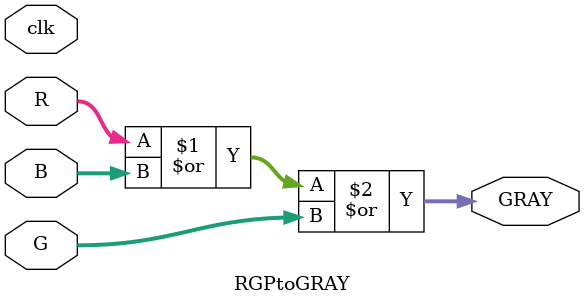
<source format=v>
`timescale 1ns / 1ps


module RGPtoGRAY(
        clk,    /*clk inout*/
        R,      /*R channel input*/      
        B,      /*B channel input*/
        G,      /*G channel input*/
        GRAY    /*GRAY output*/
    );
    input  wire clk;
    input  wire [7:0] R, G, B;
    output wire [31:0] GRAY;
    assign GRAY = R | B | G;
    
endmodule

</source>
